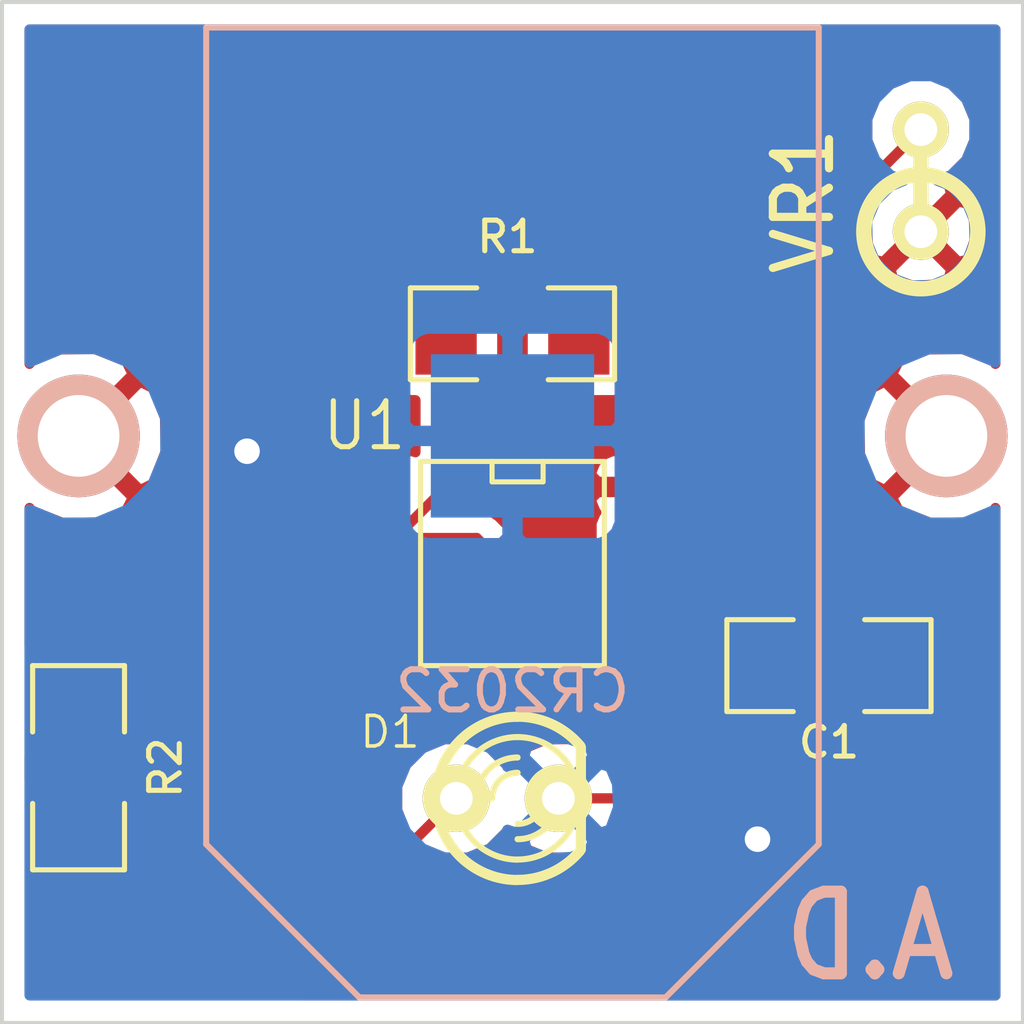
<source format=kicad_pcb>
(kicad_pcb (version 3) (host pcbnew "(2013-07-07 BZR 4022)-stable")

  (general
    (links 14)
    (no_connects 0)
    (area 139.649999 162.509999 166.1541 188.63945)
    (thickness 1.6)
    (drawings 6)
    (tracks 39)
    (zones 0)
    (modules 7)
    (nets 7)
  )

  (page A3)
  (layers
    (15 F.Cu signal)
    (0 B.Cu signal hide)
    (16 B.Adhes user)
    (17 F.Adhes user)
    (18 B.Paste user)
    (19 F.Paste user)
    (20 B.SilkS user)
    (21 F.SilkS user)
    (22 B.Mask user)
    (23 F.Mask user)
    (24 Dwgs.User user)
    (25 Cmts.User user)
    (26 Eco1.User user)
    (27 Eco2.User user)
    (28 Edge.Cuts user)
  )

  (setup
    (last_trace_width 0.254)
    (trace_clearance 0.254)
    (zone_clearance 0.508)
    (zone_45_only no)
    (trace_min 0.254)
    (segment_width 0.2)
    (edge_width 0.1)
    (via_size 0.889)
    (via_drill 0.635)
    (via_min_size 0.889)
    (via_min_drill 0.508)
    (uvia_size 0.508)
    (uvia_drill 0.127)
    (uvias_allowed no)
    (uvia_min_size 0.508)
    (uvia_min_drill 0.127)
    (pcb_text_width 0.3)
    (pcb_text_size 1.5 1.5)
    (mod_edge_width 0.15)
    (mod_text_size 1 1)
    (mod_text_width 0.15)
    (pad_size 4.064 4.064)
    (pad_drill 0)
    (pad_to_mask_clearance 0)
    (aux_axis_origin 0 0)
    (visible_elements 7FFFFDFF)
    (pcbplotparams
      (layerselection 3178497)
      (usegerberextensions true)
      (excludeedgelayer true)
      (linewidth 0.150000)
      (plotframeref false)
      (viasonmask false)
      (mode 1)
      (useauxorigin false)
      (hpglpennumber 1)
      (hpglpenspeed 20)
      (hpglpendiameter 15)
      (hpglpenoverlay 2)
      (psnegative false)
      (psa4output false)
      (plotreference true)
      (plotvalue true)
      (plotothertext true)
      (plotinvisibletext false)
      (padsonsilk false)
      (subtractmaskfromsilk false)
      (outputformat 1)
      (mirror false)
      (drillshape 1)
      (scaleselection 1)
      (outputdirectory ""))
  )

  (net 0 "")
  (net 1 GND)
  (net 2 N-000001)
  (net 3 N-000003)
  (net 4 N-000004)
  (net 5 N-000007)
  (net 6 VCC)

  (net_class Default "This is the default net class."
    (clearance 0.254)
    (trace_width 0.254)
    (via_dia 0.889)
    (via_drill 0.635)
    (uvia_dia 0.508)
    (uvia_drill 0.127)
    (add_net "")
    (add_net GND)
    (add_net N-000001)
    (add_net N-000003)
    (add_net N-000004)
    (add_net N-000007)
    (add_net VCC)
  )

  (module SO8N (layer F.Cu) (tedit 54FBB7F7) (tstamp 54F91742)
    (at 152.4 176.53 270)
    (descr "Module CMS SOJ 8 pins large")
    (tags "CMS SOJ")
    (path /54EFC0B9)
    (attr smd)
    (fp_text reference U1 (at -3.429 3.683 360) (layer F.SilkS)
      (effects (font (size 1.143 1.016) (thickness 0.127)))
    )
    (fp_text value 555 (at -3.429 -3.683 360) (layer F.SilkS) hide
      (effects (font (size 1.016 1.016) (thickness 0.127)))
    )
    (fp_line (start -2.54 -2.286) (end 2.54 -2.286) (layer F.SilkS) (width 0.127))
    (fp_line (start 2.54 -2.286) (end 2.54 2.286) (layer F.SilkS) (width 0.127))
    (fp_line (start 2.54 2.286) (end -2.54 2.286) (layer F.SilkS) (width 0.127))
    (fp_line (start -2.54 2.286) (end -2.54 -2.286) (layer F.SilkS) (width 0.127))
    (fp_line (start -2.54 -0.762) (end -2.032 -0.762) (layer F.SilkS) (width 0.127))
    (fp_line (start -2.032 -0.762) (end -2.032 0.508) (layer F.SilkS) (width 0.127))
    (fp_line (start -2.032 0.508) (end -2.54 0.508) (layer F.SilkS) (width 0.127))
    (pad 8 smd rect (at -1.905 -3.175 270) (size 0.508 1.143)
      (layers F.Cu F.Paste F.Mask)
      (net 6 VCC)
    )
    (pad 7 smd rect (at -0.635 -3.175 270) (size 0.508 1.143)
      (layers F.Cu F.Paste F.Mask)
      (net 5 N-000007)
    )
    (pad 6 smd rect (at 0.635 -3.175 270) (size 0.508 1.143)
      (layers F.Cu F.Paste F.Mask)
      (net 2 N-000001)
    )
    (pad 5 smd rect (at 1.905 -3.175 270) (size 0.508 1.143)
      (layers F.Cu F.Paste F.Mask)
    )
    (pad 4 smd rect (at 1.905 3.175 270) (size 0.508 1.143)
      (layers F.Cu F.Paste F.Mask)
      (net 6 VCC)
    )
    (pad 3 smd rect (at 0.635 3.175 270) (size 0.508 1.143)
      (layers F.Cu F.Paste F.Mask)
      (net 3 N-000003)
    )
    (pad 2 smd rect (at -0.635 3.175 270) (size 0.508 1.143)
      (layers F.Cu F.Paste F.Mask)
      (net 2 N-000001)
    )
    (pad 1 smd rect (at -1.905 3.175 270) (size 0.508 1.143)
      (layers F.Cu F.Paste F.Mask)
      (net 1 GND)
    )
    (model smd/cms_so8.wrl
      (at (xyz 0 0 0))
      (scale (xyz 0.5 0.38 0.5))
      (rotate (xyz 0 0 0))
    )
  )

  (module SM1206 (layer F.Cu) (tedit 54FBB695) (tstamp 54F9174E)
    (at 160.274 179.07)
    (path /54EFC0D2)
    (attr smd)
    (fp_text reference C1 (at 0 1.905) (layer F.SilkS)
      (effects (font (size 0.762 0.762) (thickness 0.127)))
    )
    (fp_text value 1U (at 0 0) (layer F.SilkS) hide
      (effects (font (size 0.762 0.762) (thickness 0.127)))
    )
    (fp_line (start -2.54 -1.143) (end -2.54 1.143) (layer F.SilkS) (width 0.127))
    (fp_line (start -2.54 1.143) (end -0.889 1.143) (layer F.SilkS) (width 0.127))
    (fp_line (start 0.889 -1.143) (end 2.54 -1.143) (layer F.SilkS) (width 0.127))
    (fp_line (start 2.54 -1.143) (end 2.54 1.143) (layer F.SilkS) (width 0.127))
    (fp_line (start 2.54 1.143) (end 0.889 1.143) (layer F.SilkS) (width 0.127))
    (fp_line (start -0.889 -1.143) (end -2.54 -1.143) (layer F.SilkS) (width 0.127))
    (pad 1 smd rect (at -1.651 0) (size 1.524 2.032)
      (layers F.Cu F.Paste F.Mask)
      (net 2 N-000001)
    )
    (pad 2 smd rect (at 1.651 0) (size 1.524 2.032)
      (layers F.Cu F.Paste F.Mask)
      (net 1 GND)
    )
    (model smd/chip_cms.wrl
      (at (xyz 0 0 0))
      (scale (xyz 0.17 0.16 0.16))
      (rotate (xyz 0 0 0))
    )
  )

  (module SM1206 (layer F.Cu) (tedit 54FBB7FD) (tstamp 54F9175A)
    (at 152.4 170.815 180)
    (path /54EFC0E1)
    (attr smd)
    (fp_text reference R1 (at 0.127 2.413 180) (layer F.SilkS)
      (effects (font (size 0.762 0.762) (thickness 0.127)))
    )
    (fp_text value 470 (at 0 0 180) (layer F.SilkS) hide
      (effects (font (size 0.762 0.762) (thickness 0.127)))
    )
    (fp_line (start -2.54 -1.143) (end -2.54 1.143) (layer F.SilkS) (width 0.127))
    (fp_line (start -2.54 1.143) (end -0.889 1.143) (layer F.SilkS) (width 0.127))
    (fp_line (start 0.889 -1.143) (end 2.54 -1.143) (layer F.SilkS) (width 0.127))
    (fp_line (start 2.54 -1.143) (end 2.54 1.143) (layer F.SilkS) (width 0.127))
    (fp_line (start 2.54 1.143) (end 0.889 1.143) (layer F.SilkS) (width 0.127))
    (fp_line (start -0.889 -1.143) (end -2.54 -1.143) (layer F.SilkS) (width 0.127))
    (pad 1 smd rect (at -1.651 0 180) (size 1.524 2.032)
      (layers F.Cu F.Paste F.Mask)
      (net 5 N-000007)
    )
    (pad 2 smd rect (at 1.651 0 180) (size 1.524 2.032)
      (layers F.Cu F.Paste F.Mask)
      (net 2 N-000001)
    )
    (model smd/chip_cms.wrl
      (at (xyz 0 0 0))
      (scale (xyz 0.17 0.16 0.16))
      (rotate (xyz 0 0 0))
    )
  )

  (module SM1206 (layer F.Cu) (tedit 54FBB6C4) (tstamp 54F91766)
    (at 141.605 181.61 270)
    (path /54EFC117)
    (attr smd)
    (fp_text reference R2 (at 0 -2.159 270) (layer F.SilkS)
      (effects (font (size 0.762 0.762) (thickness 0.127)))
    )
    (fp_text value 1K (at 0 0 270) (layer F.SilkS) hide
      (effects (font (size 0.762 0.762) (thickness 0.127)))
    )
    (fp_line (start -2.54 -1.143) (end -2.54 1.143) (layer F.SilkS) (width 0.127))
    (fp_line (start -2.54 1.143) (end -0.889 1.143) (layer F.SilkS) (width 0.127))
    (fp_line (start 0.889 -1.143) (end 2.54 -1.143) (layer F.SilkS) (width 0.127))
    (fp_line (start 2.54 -1.143) (end 2.54 1.143) (layer F.SilkS) (width 0.127))
    (fp_line (start 2.54 1.143) (end 0.889 1.143) (layer F.SilkS) (width 0.127))
    (fp_line (start -0.889 -1.143) (end -2.54 -1.143) (layer F.SilkS) (width 0.127))
    (pad 1 smd rect (at -1.651 0 270) (size 1.524 2.032)
      (layers F.Cu F.Paste F.Mask)
      (net 3 N-000003)
    )
    (pad 2 smd rect (at 1.651 0 270) (size 1.524 2.032)
      (layers F.Cu F.Paste F.Mask)
      (net 4 N-000004)
    )
    (model smd/chip_cms.wrl
      (at (xyz 0 0 0))
      (scale (xyz 0.17 0.16 0.16))
      (rotate (xyz 0 0 0))
    )
  )

  (module R1 (layer F.Cu) (tedit 54FBB841) (tstamp 54F9176E)
    (at 162.56 167.005 90)
    (descr "Resistance verticale")
    (tags R)
    (path /54EFC0F6)
    (autoplace_cost90 10)
    (autoplace_cost180 10)
    (fp_text reference VR1 (at -0.508 -2.921 90) (layer F.SilkS)
      (effects (font (size 1.397 1.27) (thickness 0.2032)))
    )
    (fp_text value LDR (at -3.81 0 180) (layer F.SilkS) hide
      (effects (font (size 1.397 1.27) (thickness 0.2032)))
    )
    (fp_line (start -1.27 0) (end 1.27 0) (layer F.SilkS) (width 0.381))
    (fp_circle (center -1.27 0) (end -0.635 1.27) (layer F.SilkS) (width 0.381))
    (pad 1 thru_hole circle (at -1.27 0 90) (size 1.397 1.397) (drill 0.8128)
      (layers *.Cu *.Mask F.SilkS)
      (net 6 VCC)
    )
    (pad 2 thru_hole circle (at 1.27 0 90) (size 1.397 1.397) (drill 0.8128)
      (layers *.Cu *.Mask F.SilkS)
      (net 5 N-000007)
    )
    (model discret/verti_resistor.wrl
      (at (xyz 0 0 0))
      (scale (xyz 1 1 1))
      (rotate (xyz 0 0 0))
    )
  )

  (module LED-3MM (layer F.Cu) (tedit 54FBB6BB) (tstamp 54F91787)
    (at 152.273 182.372)
    (descr "LED 3mm - Lead pitch 100mil (2,54mm)")
    (tags "LED led 3mm 3MM 100mil 2,54mm")
    (path /54EFC124)
    (fp_text reference D1 (at -2.921 -1.651) (layer F.SilkS)
      (effects (font (size 0.762 0.762) (thickness 0.0889)))
    )
    (fp_text value LED (at 0 2.54) (layer F.SilkS) hide
      (effects (font (size 0.762 0.762) (thickness 0.0889)))
    )
    (fp_line (start 1.8288 1.27) (end 1.8288 -1.27) (layer F.SilkS) (width 0.254))
    (fp_arc (start 0.254 0) (end -1.27 0) (angle 39.8) (layer F.SilkS) (width 0.1524))
    (fp_arc (start 0.254 0) (end -0.88392 1.01092) (angle 41.6) (layer F.SilkS) (width 0.1524))
    (fp_arc (start 0.254 0) (end 1.4097 -0.9906) (angle 40.6) (layer F.SilkS) (width 0.1524))
    (fp_arc (start 0.254 0) (end 1.778 0) (angle 39.8) (layer F.SilkS) (width 0.1524))
    (fp_arc (start 0.254 0) (end 0.254 -1.524) (angle 54.4) (layer F.SilkS) (width 0.1524))
    (fp_arc (start 0.254 0) (end -0.9652 -0.9144) (angle 53.1) (layer F.SilkS) (width 0.1524))
    (fp_arc (start 0.254 0) (end 1.45542 0.93472) (angle 52.1) (layer F.SilkS) (width 0.1524))
    (fp_arc (start 0.254 0) (end 0.254 1.524) (angle 52.1) (layer F.SilkS) (width 0.1524))
    (fp_arc (start 0.254 0) (end -0.381 0) (angle 90) (layer F.SilkS) (width 0.1524))
    (fp_arc (start 0.254 0) (end -0.762 0) (angle 90) (layer F.SilkS) (width 0.1524))
    (fp_arc (start 0.254 0) (end 0.889 0) (angle 90) (layer F.SilkS) (width 0.1524))
    (fp_arc (start 0.254 0) (end 1.27 0) (angle 90) (layer F.SilkS) (width 0.1524))
    (fp_arc (start 0.254 0) (end 0.254 -2.032) (angle 50.1) (layer F.SilkS) (width 0.254))
    (fp_arc (start 0.254 0) (end -1.5367 -0.95504) (angle 61.9) (layer F.SilkS) (width 0.254))
    (fp_arc (start 0.254 0) (end 1.8034 1.31064) (angle 49.7) (layer F.SilkS) (width 0.254))
    (fp_arc (start 0.254 0) (end 0.254 2.032) (angle 60.2) (layer F.SilkS) (width 0.254))
    (fp_arc (start 0.254 0) (end -1.778 0) (angle 28.3) (layer F.SilkS) (width 0.254))
    (fp_arc (start 0.254 0) (end -1.47574 1.06426) (angle 31.6) (layer F.SilkS) (width 0.254))
    (pad 1 thru_hole circle (at -1.27 0) (size 1.6764 1.6764) (drill 0.8128)
      (layers *.Cu *.Mask F.SilkS)
      (net 4 N-000004)
    )
    (pad 2 thru_hole circle (at 1.27 0) (size 1.6764 1.6764) (drill 0.8128)
      (layers *.Cu *.Mask F.SilkS)
      (net 1 GND)
    )
    (model discret/leds/led3_vertical_verde.wrl
      (at (xyz 0 0 0))
      (scale (xyz 1 1 1))
      (rotate (xyz 0 0 0))
    )
  )

  (module CR2032 (layer B.Cu) (tedit 54FBB81F) (tstamp 54FB493E)
    (at 152.4 173.355 180)
    (path /54EFC384)
    (fp_text reference BT1 (at 0 7.62 180) (layer B.SilkS) hide
      (effects (font (size 1 1) (thickness 0.15)) (justify mirror))
    )
    (fp_text value CR2032 (at 0 -6.35 180) (layer B.SilkS)
      (effects (font (size 1 1) (thickness 0.15)) (justify mirror))
    )
    (fp_line (start -7.62 -10.16) (end -7.62 10.16) (layer B.SilkS) (width 0.15))
    (fp_line (start -7.62 10.16) (end 7.62 10.16) (layer B.SilkS) (width 0.15))
    (fp_line (start 7.62 10.16) (end 7.62 -10.16) (layer B.SilkS) (width 0.15))
    (fp_line (start 7.62 -10.16) (end 3.81 -13.97) (layer B.SilkS) (width 0.15))
    (fp_line (start -7.62 -10.16) (end -3.81 -13.97) (layer B.SilkS) (width 0.15))
    (fp_line (start -3.81 -13.97) (end 3.81 -13.97) (layer B.SilkS) (width 0.15))
    (pad 2 smd rect (at 0 0 180) (size 4.064 4.064)
      (layers B.Cu B.Paste B.Mask)
      (net 1 GND)
    )
    (pad 1 thru_hole circle (at -10.795 0 180) (size 3.048 3.048) (drill 2.032)
      (layers *.Cu *.Mask B.SilkS)
      (net 6 VCC)
    )
    (pad 1 thru_hole circle (at 10.795 0 180) (size 3.048 3.048) (drill 2.032)
      (layers *.Cu *.Mask B.SilkS)
      (net 6 VCC)
    )
  )

  (gr_text Blinky (at 144.653 165.735) (layer F.Mask)
    (effects (font (size 2.032 1.778) (thickness 0.3)))
  )
  (gr_text A.D (at 161.29 185.801) (layer B.SilkS)
    (effects (font (size 2.032 1.778) (thickness 0.3)) (justify mirror))
  )
  (gr_line (start 139.7 187.96) (end 165.1 187.96) (angle 90) (layer Edge.Cuts) (width 0.1))
  (gr_line (start 139.7 162.56) (end 139.7 187.96) (angle 90) (layer Edge.Cuts) (width 0.1))
  (gr_line (start 165.1 162.56) (end 165.1 187.96) (angle 90) (layer Edge.Cuts) (width 0.1))
  (gr_line (start 139.7 162.56) (end 165.1 162.56) (angle 90) (layer Edge.Cuts) (width 0.1))

  (segment (start 153.543 182.372) (end 156.845 182.372) (width 0.254) (layer F.Cu) (net 1) (status 400000))
  (segment (start 162.179 183.388) (end 163.576 181.991) (width 0.254) (layer F.Cu) (net 1) (tstamp 54FBB083))
  (segment (start 163.576 181.991) (end 163.576 180.721) (width 0.254) (layer F.Cu) (net 1) (tstamp 54FBB087))
  (segment (start 163.576 180.721) (end 161.925 179.07) (width 0.254) (layer F.Cu) (net 1) (tstamp 54FBB08A))
  (via (at 158.496 183.388) (size 0.889) (layers F.Cu B.Cu) (net 1))
  (segment (start 158.496 183.388) (end 162.179 183.388) (width 0.254) (layer F.Cu) (net 1))
  (segment (start 157.861 183.388) (end 158.496 183.388) (width 0.254) (layer F.Cu) (net 1) (tstamp 54FBB1CE))
  (segment (start 156.845 182.372) (end 157.861 183.388) (width 0.254) (layer F.Cu) (net 1) (tstamp 54FBB1C7))
  (segment (start 149.225 174.625) (end 146.685 174.625) (width 0.254) (layer F.Cu) (net 1))
  (via (at 145.796 173.736) (size 0.889) (layers F.Cu B.Cu) (net 1))
  (segment (start 146.685 174.625) (end 145.796 173.736) (width 0.254) (layer F.Cu) (net 1) (tstamp 54FB5548))
  (segment (start 158.623 179.07) (end 158.623 178.562) (width 0.254) (layer F.Cu) (net 2))
  (segment (start 157.226 177.165) (end 155.575 177.165) (width 0.254) (layer F.Cu) (net 2) (tstamp 54FBB09E))
  (segment (start 158.623 178.562) (end 157.226 177.165) (width 0.254) (layer F.Cu) (net 2) (tstamp 54FBB09C))
  (segment (start 155.575 177.165) (end 152.781 177.165) (width 0.254) (layer F.Cu) (net 2))
  (segment (start 151.511 175.895) (end 149.225 175.895) (width 0.254) (layer F.Cu) (net 2) (tstamp 54FBAFF5))
  (segment (start 152.781 177.165) (end 151.511 175.895) (width 0.254) (layer F.Cu) (net 2) (tstamp 54FBAFF4))
  (segment (start 149.225 175.895) (end 149.479 175.895) (width 0.254) (layer F.Cu) (net 2))
  (segment (start 150.749 174.625) (end 150.749 170.815) (width 0.254) (layer F.Cu) (net 2) (tstamp 54FBAF4F))
  (segment (start 149.479 175.895) (end 150.749 174.625) (width 0.254) (layer F.Cu) (net 2) (tstamp 54FBAF44))
  (segment (start 149.225 175.895) (end 149.733 175.895) (width 0.254) (layer F.Cu) (net 2))
  (segment (start 141.605 179.959) (end 141.605 178.435) (width 0.254) (layer F.Cu) (net 3))
  (segment (start 142.875 177.165) (end 149.225 177.165) (width 0.254) (layer F.Cu) (net 3) (tstamp 54FB4D73))
  (segment (start 141.605 178.435) (end 142.875 177.165) (width 0.254) (layer F.Cu) (net 3) (tstamp 54FB4D71))
  (segment (start 142.748 186.944) (end 146.431 186.944) (width 0.254) (layer F.Cu) (net 4))
  (segment (start 141.605 185.801) (end 142.748 186.944) (width 0.254) (layer F.Cu) (net 4) (tstamp 54FB58A5))
  (segment (start 141.605 185.42) (end 141.605 185.801) (width 0.254) (layer F.Cu) (net 4))
  (segment (start 146.431 186.944) (end 151.003 182.372) (width 0.254) (layer F.Cu) (net 4) (tstamp 54FBB1BE) (status 800000))
  (segment (start 141.605 183.261) (end 141.605 185.42) (width 0.254) (layer F.Cu) (net 4))
  (segment (start 141.605 185.42) (end 141.605 185.42) (width 0.254) (layer F.Cu) (net 4) (tstamp 54FB58A3))
  (segment (start 141.605 185.42) (end 141.605 185.42) (width 0.254) (layer F.Cu) (net 4) (tstamp 54FB5868))
  (segment (start 158.242 170.815) (end 158.242 170.053) (width 0.254) (layer F.Cu) (net 5))
  (segment (start 158.242 170.053) (end 162.56 165.735) (width 0.254) (layer F.Cu) (net 5) (tstamp 54FBB023))
  (segment (start 154.051 170.815) (end 158.242 170.815) (width 0.254) (layer F.Cu) (net 5))
  (segment (start 158.242 170.815) (end 158.623 170.815) (width 0.254) (layer F.Cu) (net 5) (tstamp 54FBB021))
  (segment (start 158.877 175.895) (end 155.575 175.895) (width 0.254) (layer F.Cu) (net 5) (tstamp 54FBB01E))
  (segment (start 159.004 175.768) (end 158.877 175.895) (width 0.254) (layer F.Cu) (net 5) (tstamp 54FBB01C))
  (segment (start 159.004 171.196) (end 159.004 175.768) (width 0.254) (layer F.Cu) (net 5) (tstamp 54FBB01A))
  (segment (start 158.623 170.815) (end 159.004 171.196) (width 0.254) (layer F.Cu) (net 5) (tstamp 54FBB019))

  (zone (net 6) (net_name VCC) (layer F.Cu) (tstamp 54FB4F31) (hatch edge 0.508)
    (connect_pads (clearance 0.508))
    (min_thickness 0.254)
    (fill (arc_segments 16) (thermal_gap 0.508) (thermal_bridge_width 0.508))
    (polygon
      (pts
        (xy 165.1 187.96) (xy 139.7 187.96) (xy 139.7 162.56) (xy 165.1 162.56)
      )
    )
    (filled_polygon
      (pts
        (xy 164.415 187.275) (xy 147.17763 187.275) (xy 150.637318 183.815312) (xy 150.708677 183.844943) (xy 151.294752 183.845454)
        (xy 151.83641 183.621646) (xy 152.251189 183.20759) (xy 152.272775 183.155605) (xy 152.293354 183.20541) (xy 152.70741 183.620189)
        (xy 153.248677 183.844943) (xy 153.834752 183.845454) (xy 154.37641 183.621646) (xy 154.791189 183.20759) (xy 154.821746 183.134)
        (xy 156.529369 183.134) (xy 157.322184 183.926815) (xy 157.322185 183.926815) (xy 157.569395 184.091996) (xy 157.699237 184.117823)
        (xy 157.883714 184.302622) (xy 158.280332 184.467313) (xy 158.709784 184.467687) (xy 159.106689 184.303689) (xy 159.260646 184.15)
        (xy 162.179 184.15) (xy 162.179 184.149999) (xy 162.470604 184.091996) (xy 162.470605 184.091996) (xy 162.717815 183.926815)
        (xy 164.114815 182.529816) (xy 164.114815 182.529815) (xy 164.279996 182.282605) (xy 164.337999 181.991) (xy 164.338 181.991)
        (xy 164.338 180.721) (xy 164.279996 180.429395) (xy 164.114815 180.182185) (xy 164.114815 180.182184) (xy 163.32211 179.389479)
        (xy 163.32211 177.928245) (xy 163.225641 177.694771) (xy 163.047168 177.515987) (xy 162.813864 177.419111) (xy 162.561245 177.41889)
        (xy 161.037245 177.41889) (xy 160.803771 177.515359) (xy 160.624987 177.693832) (xy 160.528111 177.927136) (xy 160.52789 178.179755)
        (xy 160.52789 180.211755) (xy 160.624359 180.445229) (xy 160.802832 180.624013) (xy 161.036136 180.720889) (xy 161.288755 180.72111)
        (xy 162.498479 180.72111) (xy 162.814 181.03663) (xy 162.814 181.675369) (xy 161.863369 182.626) (xy 159.260641 182.626)
        (xy 159.108286 182.473378) (xy 158.711668 182.308687) (xy 158.282216 182.308313) (xy 157.9827 182.43207) (xy 157.383815 181.833185)
        (xy 157.136605 181.668004) (xy 156.845 181.61) (xy 154.822151 181.61) (xy 154.792646 181.53859) (xy 154.37859 181.123811)
        (xy 153.837323 180.899057) (xy 153.251248 180.898546) (xy 152.70959 181.122354) (xy 152.294811 181.53641) (xy 152.273224 181.588394)
        (xy 152.252646 181.53859) (xy 151.83859 181.123811) (xy 151.297323 180.899057) (xy 150.711248 180.898546) (xy 150.43161 181.014089)
        (xy 150.43161 178.814755) (xy 150.4315 178.72075) (xy 150.27275 178.562) (xy 149.352 178.562) (xy 149.352 179.16525)
        (xy 149.51075 179.324) (xy 149.670745 179.32411) (xy 149.923364 179.323889) (xy 150.156668 179.227013) (xy 150.335141 179.048229)
        (xy 150.43161 178.814755) (xy 150.43161 181.014089) (xy 150.16959 181.122354) (xy 149.754811 181.53641) (xy 149.530057 182.077677)
        (xy 149.529546 182.663752) (xy 149.559974 182.737394) (xy 149.098 183.199368) (xy 149.098 179.16525) (xy 149.098 178.562)
        (xy 148.17725 178.562) (xy 148.0185 178.72075) (xy 148.01839 178.814755) (xy 148.114859 179.048229) (xy 148.293332 179.227013)
        (xy 148.526636 179.323889) (xy 148.779255 179.32411) (xy 148.93925 179.324) (xy 149.098 179.16525) (xy 149.098 183.199368)
        (xy 146.115369 186.182) (xy 143.06363 186.182) (xy 142.367 185.48537) (xy 142.367 185.42) (xy 142.367 184.65811)
        (xy 142.746755 184.65811) (xy 142.980229 184.561641) (xy 143.159013 184.383168) (xy 143.255889 184.149864) (xy 143.25611 183.897245)
        (xy 143.25611 182.373245) (xy 143.159641 182.139771) (xy 142.981168 181.960987) (xy 142.747864 181.864111) (xy 142.495245 181.86389)
        (xy 140.463245 181.86389) (xy 140.385 181.89622) (xy 140.385 181.323859) (xy 140.462136 181.355889) (xy 140.714755 181.35611)
        (xy 142.746755 181.35611) (xy 142.980229 181.259641) (xy 143.159013 181.081168) (xy 143.255889 180.847864) (xy 143.25611 180.595245)
        (xy 143.25611 179.071245) (xy 143.159641 178.837771) (xy 142.981168 178.658987) (xy 142.747864 178.562111) (xy 142.555687 178.561942)
        (xy 143.19063 177.927) (xy 148.071379 177.927) (xy 148.01839 178.055245) (xy 148.0185 178.14925) (xy 148.17725 178.308)
        (xy 149.098 178.308) (xy 149.098 178.288) (xy 149.352 178.288) (xy 149.352 178.308) (xy 150.27275 178.308)
        (xy 150.4315 178.14925) (xy 150.43161 178.055245) (xy 150.335141 177.821771) (xy 150.313526 177.800118) (xy 150.334513 177.779168)
        (xy 150.431389 177.545864) (xy 150.43161 177.293245) (xy 150.43161 176.785245) (xy 150.37862 176.657) (xy 151.195369 176.657)
        (xy 152.242184 177.703815) (xy 152.242185 177.703815) (xy 152.489395 177.868996) (xy 152.781 177.927) (xy 154.421402 177.927)
        (xy 154.368611 178.054136) (xy 154.36839 178.306755) (xy 154.36839 178.814755) (xy 154.464859 179.048229) (xy 154.643332 179.227013)
        (xy 154.876636 179.323889) (xy 155.129255 179.32411) (xy 156.272255 179.32411) (xy 156.505729 179.227641) (xy 156.684513 179.049168)
        (xy 156.781389 178.815864) (xy 156.78161 178.563245) (xy 156.78161 178.055245) (xy 156.72862 177.927) (xy 156.910369 177.927)
        (xy 157.22589 178.24252) (xy 157.22589 180.211755) (xy 157.322359 180.445229) (xy 157.500832 180.624013) (xy 157.734136 180.720889)
        (xy 157.986755 180.72111) (xy 159.510755 180.72111) (xy 159.744229 180.624641) (xy 159.923013 180.446168) (xy 160.019889 180.212864)
        (xy 160.02011 179.960245) (xy 160.02011 177.928245) (xy 159.923641 177.694771) (xy 159.745168 177.515987) (xy 159.511864 177.419111)
        (xy 159.259245 177.41889) (xy 158.55752 177.41889) (xy 157.79563 176.657) (xy 158.877 176.657) (xy 158.877 176.656999)
        (xy 159.168604 176.598996) (xy 159.168605 176.598996) (xy 159.415815 176.433815) (xy 159.542815 176.306815) (xy 159.707996 176.059605)
        (xy 159.765999 175.768) (xy 159.766 175.768) (xy 159.766 171.196) (xy 159.707996 170.904395) (xy 159.542815 170.657185)
        (xy 159.542815 170.657184) (xy 159.161815 170.276185) (xy 159.122628 170.250001) (xy 161.217995 168.154634) (xy 161.242854 168.612198)
        (xy 161.390202 168.967928) (xy 161.625814 169.029581) (xy 162.380395 168.275) (xy 162.366252 168.260857) (xy 162.545857 168.081252)
        (xy 162.56 168.095395) (xy 163.314581 167.340814) (xy 163.252928 167.105202) (xy 162.973683 167.006917) (xy 163.31438 166.866145)
        (xy 163.689826 166.491353) (xy 163.893267 166.001413) (xy 163.89373 165.470914) (xy 163.691145 164.98062) (xy 163.316353 164.605174)
        (xy 162.826413 164.401733) (xy 162.295914 164.40127) (xy 161.80562 164.603855) (xy 161.430174 164.978647) (xy 161.226733 165.468587)
        (xy 161.226276 165.991093) (xy 157.703185 169.514185) (xy 157.538004 169.761395) (xy 157.48 170.053) (xy 155.44811 170.053)
        (xy 155.44811 169.673245) (xy 155.351641 169.439771) (xy 155.173168 169.260987) (xy 154.939864 169.164111) (xy 154.687245 169.16389)
        (xy 153.163245 169.16389) (xy 152.929771 169.260359) (xy 152.750987 169.438832) (xy 152.654111 169.672136) (xy 152.65389 169.924755)
        (xy 152.65389 171.956755) (xy 152.750359 172.190229) (xy 152.928832 172.369013) (xy 153.162136 172.465889) (xy 153.414755 172.46611)
        (xy 154.938755 172.46611) (xy 155.172229 172.369641) (xy 155.351013 172.191168) (xy 155.447889 171.957864) (xy 155.44811 171.705245)
        (xy 155.44811 171.577) (xy 158.242 171.577) (xy 158.242 175.133) (xy 156.72862 175.133) (xy 156.78161 175.004755)
        (xy 156.78161 174.245245) (xy 156.685141 174.011771) (xy 156.506668 173.832987) (xy 156.273364 173.736111) (xy 156.020745 173.73589)
        (xy 155.86075 173.736) (xy 155.702 173.89475) (xy 155.702 174.498) (xy 156.62275 174.498) (xy 156.7815 174.33925)
        (xy 156.78161 174.245245) (xy 156.78161 175.004755) (xy 156.7815 174.91075) (xy 156.62275 174.752) (xy 155.702 174.752)
        (xy 155.702 174.772) (xy 155.448 174.772) (xy 155.448 174.752) (xy 155.448 174.498) (xy 155.448 173.89475)
        (xy 155.28925 173.736) (xy 155.129255 173.73589) (xy 154.876636 173.736111) (xy 154.643332 173.832987) (xy 154.464859 174.011771)
        (xy 154.36839 174.245245) (xy 154.3685 174.33925) (xy 154.52725 174.498) (xy 155.448 174.498) (xy 155.448 174.752)
        (xy 154.52725 174.752) (xy 154.3685 174.91075) (xy 154.36839 175.004755) (xy 154.464859 175.238229) (xy 154.486473 175.259881)
        (xy 154.465487 175.280832) (xy 154.368611 175.514136) (xy 154.36839 175.766755) (xy 154.36839 176.274755) (xy 154.421379 176.403)
        (xy 153.09663 176.403) (xy 152.049815 175.356185) (xy 151.802605 175.191004) (xy 151.511 175.133) (xy 151.308405 175.133)
        (xy 151.452996 174.916605) (xy 151.510999 174.625) (xy 151.511 174.625) (xy 151.511 172.46611) (xy 151.636755 172.46611)
        (xy 151.870229 172.369641) (xy 152.049013 172.191168) (xy 152.145889 171.957864) (xy 152.14611 171.705245) (xy 152.14611 169.673245)
        (xy 152.049641 169.439771) (xy 151.871168 169.260987) (xy 151.637864 169.164111) (xy 151.385245 169.16389) (xy 149.861245 169.16389)
        (xy 149.627771 169.260359) (xy 149.448987 169.438832) (xy 149.352111 169.672136) (xy 149.35189 169.924755) (xy 149.35189 171.956755)
        (xy 149.448359 172.190229) (xy 149.626832 172.369013) (xy 149.860136 172.465889) (xy 149.987 172.465999) (xy 149.987 173.762534)
        (xy 149.923364 173.736111) (xy 149.670745 173.73589) (xy 148.527745 173.73589) (xy 148.294271 173.832359) (xy 148.263576 173.863)
        (xy 147.00063 173.863) (xy 146.875499 173.737868) (xy 146.875687 173.522216) (xy 146.711689 173.125311) (xy 146.408286 172.821378)
        (xy 146.011668 172.656687) (xy 145.582216 172.656313) (xy 145.185311 172.820311) (xy 144.881378 173.123714) (xy 144.716687 173.520332)
        (xy 144.716313 173.949784) (xy 144.880311 174.346689) (xy 145.183714 174.650622) (xy 145.580332 174.815313) (xy 145.797871 174.815502)
        (xy 146.146184 175.163815) (xy 146.146185 175.163815) (xy 146.393395 175.328996) (xy 146.684999 175.386999) (xy 146.685 175.387)
        (xy 148.071402 175.387) (xy 148.018611 175.514136) (xy 148.01839 175.766755) (xy 148.01839 176.274755) (xy 148.071379 176.403)
        (xy 143.771556 176.403) (xy 143.771556 173.744536) (xy 143.755706 172.885779) (xy 143.457568 172.166011) (xy 143.136306 172.003299)
        (xy 141.784605 173.355) (xy 143.136306 174.706701) (xy 143.457568 174.543989) (xy 143.771556 173.744536) (xy 143.771556 176.403)
        (xy 142.875 176.403) (xy 142.583395 176.461004) (xy 142.336184 176.626185) (xy 141.066185 177.896185) (xy 140.901004 178.143395)
        (xy 140.843 178.435) (xy 140.843 178.56189) (xy 140.463245 178.56189) (xy 140.385 178.59422) (xy 140.385 175.146339)
        (xy 140.416011 175.207568) (xy 141.215464 175.521556) (xy 142.074221 175.505706) (xy 142.793989 175.207568) (xy 142.956701 174.886306)
        (xy 141.605 173.534605) (xy 141.590857 173.548747) (xy 141.411252 173.369142) (xy 141.425395 173.355) (xy 141.411252 173.340857)
        (xy 141.590857 173.161252) (xy 141.605 173.175395) (xy 142.956701 171.823694) (xy 142.793989 171.502432) (xy 141.994536 171.188444)
        (xy 141.135779 171.204294) (xy 140.416011 171.502432) (xy 140.385 171.56366) (xy 140.385 163.245) (xy 164.415 163.245)
        (xy 164.415 171.56366) (xy 164.383989 171.502432) (xy 163.905924 171.31467) (xy 163.905924 168.46752) (xy 163.877146 167.937802)
        (xy 163.729798 167.582072) (xy 163.494186 167.520419) (xy 162.739605 168.275) (xy 163.494186 169.029581) (xy 163.729798 168.967928)
        (xy 163.905924 168.46752) (xy 163.905924 171.31467) (xy 163.584536 171.188444) (xy 163.314581 171.193426) (xy 163.314581 169.209186)
        (xy 162.56 168.454605) (xy 161.805419 169.209186) (xy 161.867072 169.444798) (xy 162.36748 169.620924) (xy 162.897198 169.592146)
        (xy 163.252928 169.444798) (xy 163.314581 169.209186) (xy 163.314581 171.193426) (xy 162.725779 171.204294) (xy 162.006011 171.502432)
        (xy 161.843299 171.823694) (xy 163.195 173.175395) (xy 163.209142 173.161252) (xy 163.388747 173.340857) (xy 163.374605 173.355)
        (xy 163.388747 173.369142) (xy 163.209142 173.548747) (xy 163.195 173.534605) (xy 163.015395 173.71421) (xy 163.015395 173.355)
        (xy 161.663694 172.003299) (xy 161.342432 172.166011) (xy 161.028444 172.965464) (xy 161.044294 173.824221) (xy 161.342432 174.543989)
        (xy 161.663694 174.706701) (xy 163.015395 173.355) (xy 163.015395 173.71421) (xy 161.843299 174.886306) (xy 162.006011 175.207568)
        (xy 162.805464 175.521556) (xy 163.664221 175.505706) (xy 164.383989 175.207568) (xy 164.415 175.146339) (xy 164.415 187.275)
      )
    )
  )
  (zone (net 1) (net_name GND) (layer B.Cu) (tstamp 54FB5ACC) (hatch edge 0.508)
    (connect_pads (clearance 0.508))
    (min_thickness 0.254)
    (fill (arc_segments 16) (thermal_gap 0.508) (thermal_bridge_width 0.508))
    (polygon
      (pts
        (xy 164.592 187.452) (xy 140.208 187.452) (xy 140.208 163.068) (xy 164.592 163.068)
      )
    )
    (filled_polygon
      (pts
        (xy 164.415 187.275) (xy 155.06711 187.275) (xy 155.06711 175.261245) (xy 155.06711 171.448755) (xy 155.066889 171.196136)
        (xy 154.970013 170.962832) (xy 154.791229 170.784359) (xy 154.557755 170.68789) (xy 152.68575 170.688) (xy 152.527 170.84675)
        (xy 152.527 173.228) (xy 154.90825 173.228) (xy 155.067 173.06925) (xy 155.06711 171.448755) (xy 155.06711 175.261245)
        (xy 155.067 173.64075) (xy 154.90825 173.482) (xy 152.527 173.482) (xy 152.527 175.86325) (xy 152.68575 176.022)
        (xy 154.557755 176.02211) (xy 154.791229 175.925641) (xy 154.970013 175.747168) (xy 155.066889 175.513864) (xy 155.06711 175.261245)
        (xy 155.06711 187.275) (xy 155.027976 187.275) (xy 155.027976 182.597903) (xy 155.001388 182.012432) (xy 154.82849 181.595018)
        (xy 154.578412 181.516193) (xy 154.398807 181.695798) (xy 154.398807 181.336588) (xy 154.319982 181.08651) (xy 153.768903 180.887024)
        (xy 153.183432 180.913612) (xy 152.766018 181.08651) (xy 152.687193 181.336588) (xy 153.543 182.192395) (xy 154.398807 181.336588)
        (xy 154.398807 181.695798) (xy 153.722605 182.372) (xy 154.578412 183.227807) (xy 154.82849 183.148982) (xy 155.027976 182.597903)
        (xy 155.027976 187.275) (xy 154.398807 187.275) (xy 154.398807 183.407412) (xy 153.543 182.551605) (xy 153.363395 182.73121)
        (xy 153.363395 182.372) (xy 152.507588 181.516193) (xy 152.273835 181.589872) (xy 152.273 181.587851) (xy 152.273 175.86325)
        (xy 152.273 173.482) (xy 152.273 173.228) (xy 152.273 170.84675) (xy 152.11425 170.688) (xy 150.242245 170.68789)
        (xy 150.008771 170.784359) (xy 149.829987 170.962832) (xy 149.733111 171.196136) (xy 149.73289 171.448755) (xy 149.733 173.06925)
        (xy 149.89175 173.228) (xy 152.273 173.228) (xy 152.273 173.482) (xy 149.89175 173.482) (xy 149.733 173.64075)
        (xy 149.73289 175.261245) (xy 149.733111 175.513864) (xy 149.829987 175.747168) (xy 150.008771 175.925641) (xy 150.242245 176.02211)
        (xy 152.11425 176.022) (xy 152.273 175.86325) (xy 152.273 181.587851) (xy 152.252646 181.53859) (xy 151.83859 181.123811)
        (xy 151.297323 180.899057) (xy 150.711248 180.898546) (xy 150.16959 181.122354) (xy 149.754811 181.53641) (xy 149.530057 182.077677)
        (xy 149.529546 182.663752) (xy 149.753354 183.20541) (xy 150.16741 183.620189) (xy 150.708677 183.844943) (xy 151.294752 183.845454)
        (xy 151.83641 183.621646) (xy 152.251189 183.20759) (xy 152.27344 183.154003) (xy 152.507588 183.227807) (xy 153.363395 182.372)
        (xy 153.363395 182.73121) (xy 152.687193 183.407412) (xy 152.766018 183.65749) (xy 153.317097 183.856976) (xy 153.902568 183.830388)
        (xy 154.319982 183.65749) (xy 154.398807 183.407412) (xy 154.398807 187.275) (xy 140.385 187.275) (xy 140.385 175.186142)
        (xy 141.173664 175.513624) (xy 142.032567 175.514374) (xy 142.826377 175.186378) (xy 143.434244 174.579572) (xy 143.763624 173.786336)
        (xy 143.764374 172.927433) (xy 143.436378 172.133623) (xy 142.829572 171.525756) (xy 142.036336 171.196376) (xy 141.177433 171.195626)
        (xy 140.385 171.523053) (xy 140.385 163.245) (xy 164.415 163.245) (xy 164.415 171.523857) (xy 163.89373 171.307407)
        (xy 163.89373 168.010914) (xy 163.691145 167.52062) (xy 163.316353 167.145174) (xy 162.978551 167.004906) (xy 163.31438 166.866145)
        (xy 163.689826 166.491353) (xy 163.893267 166.001413) (xy 163.89373 165.470914) (xy 163.691145 164.98062) (xy 163.316353 164.605174)
        (xy 162.826413 164.401733) (xy 162.295914 164.40127) (xy 161.80562 164.603855) (xy 161.430174 164.978647) (xy 161.226733 165.468587)
        (xy 161.22627 165.999086) (xy 161.428855 166.48938) (xy 161.803647 166.864826) (xy 162.141448 167.005093) (xy 161.80562 167.143855)
        (xy 161.430174 167.518647) (xy 161.226733 168.008587) (xy 161.22627 168.539086) (xy 161.428855 169.02938) (xy 161.803647 169.404826)
        (xy 162.293587 169.608267) (xy 162.824086 169.60873) (xy 163.31438 169.406145) (xy 163.689826 169.031353) (xy 163.893267 168.541413)
        (xy 163.89373 168.010914) (xy 163.89373 171.307407) (xy 163.626336 171.196376) (xy 162.767433 171.195626) (xy 161.973623 171.523622)
        (xy 161.365756 172.130428) (xy 161.036376 172.923664) (xy 161.035626 173.782567) (xy 161.363622 174.576377) (xy 161.970428 175.184244)
        (xy 162.763664 175.513624) (xy 163.622567 175.514374) (xy 164.415 175.186946) (xy 164.415 187.275)
      )
    )
  )
)

</source>
